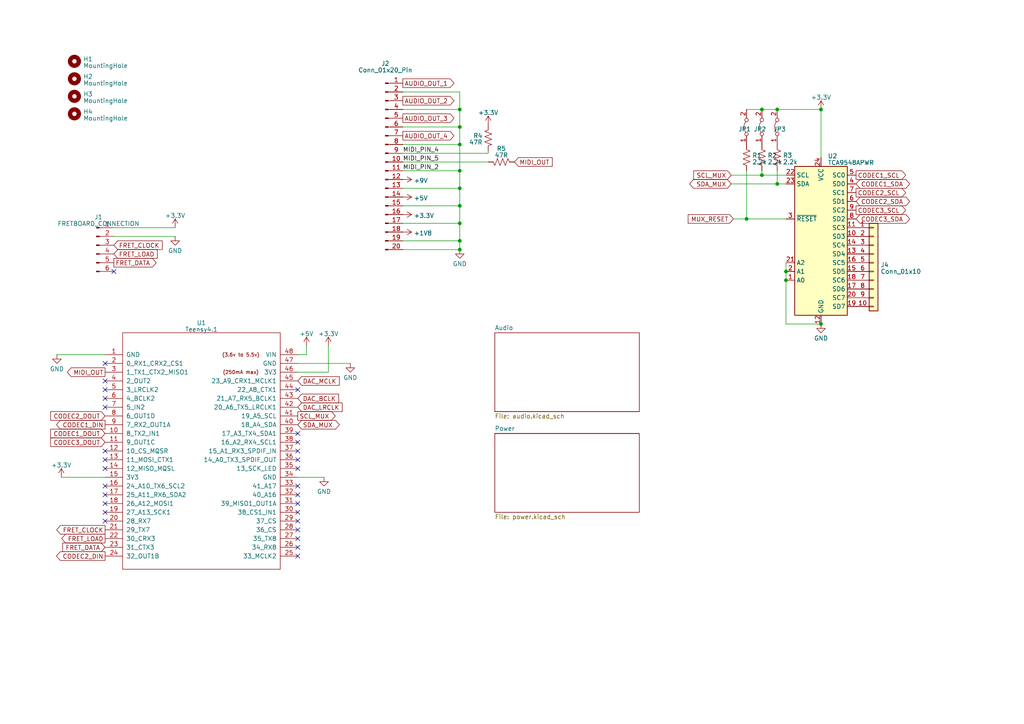
<source format=kicad_sch>
(kicad_sch (version 20230121) (generator eeschema)
  (paper "A4")
  (lib_symbols
    (symbol "Connector:Conn_01x06_Pin" (pin_names (offset 1.016) hide)
      (property "Reference" "J" (at 0 7.62 0))
      (property "Value" "Conn_01x06_Pin" (at 0 -10.16 0))
      (symbol "Conn_01x06_Pin_1_1"
        (polyline (pts (xy 1.27 -7.62) (xy 0.8636 -7.62)) (stroke (width 0.1524)))
        (polyline (pts (xy 1.27 -5.08) (xy 0.8636 -5.08)) (stroke (width 0.1524)))
        (polyline (pts (xy 1.27 -2.54) (xy 0.8636 -2.54)) (stroke (width 0.1524)))
        (polyline (pts (xy 1.27 0) (xy 0.8636 0)) (stroke (width 0.1524)))
        (polyline (pts (xy 1.27 2.54) (xy 0.8636 2.54)) (stroke (width 0.1524)))
        (polyline (pts (xy 1.27 5.08) (xy 0.8636 5.08)) (stroke (width 0.1524)))
        (rectangle (start 0.8636 -7.493) (end 0 -7.747) (stroke (width 0.1524)) (fill (type outline)))
        (rectangle (start 0.8636 -4.953) (end 0 -5.207) (stroke (width 0.1524)) (fill (type outline)))
        (rectangle (start 0.8636 -2.413) (end 0 -2.667) (stroke (width 0.1524)) (fill (type outline)))
        (rectangle (start 0.8636 0.127) (end 0 -0.127) (stroke (width 0.1524)) (fill (type outline)))
        (rectangle (start 0.8636 2.667) (end 0 2.413) (stroke (width 0.1524)) (fill (type outline)))
        (rectangle (start 0.8636 5.207) (end 0 4.953) (stroke (width 0.1524)) (fill (type outline)))
        (pin passive line (at 5.08 5.08 180) (length 3.81) (name "Pin_1") (number "1"))
        (pin passive line (at 5.08 2.54 180) (length 3.81) (name "Pin_2") (number "2"))
        (pin passive line (at 5.08 0 180) (length 3.81) (name "Pin_3") (number "3"))
        (pin passive line (at 5.08 -2.54 180) (length 3.81) (name "Pin_4") (number "4"))
        (pin passive line (at 5.08 -5.08 180) (length 3.81) (name "Pin_5") (number "5"))
        (pin passive line (at 5.08 -7.62 180) (length 3.81) (name "Pin_6") (number "6"))
      )
    )
    (symbol "Connector:Conn_01x20_Pin" (pin_names (offset 1.016) hide)
      (property "Reference" "J" (at 0 25.4 0))
      (property "Value" "Conn_01x20_Pin" (at 0 -27.94 0))
      (symbol "Conn_01x20_Pin_1_1"
        (polyline (pts (xy 1.27 -25.4) (xy 0.8636 -25.4)) (stroke (width 0.1524)))
        (polyline (pts (xy 1.27 -22.86) (xy 0.8636 -22.86)) (stroke (width 0.1524)))
        (polyline (pts (xy 1.27 -20.32) (xy 0.8636 -20.32)) (stroke (width 0.1524)))
        (polyline (pts (xy 1.27 -17.78) (xy 0.8636 -17.78)) (stroke (width 0.1524)))
        (polyline (pts (xy 1.27 -15.24) (xy 0.8636 -15.24)) (stroke (width 0.1524)))
        (polyline (pts (xy 1.27 -12.7) (xy 0.8636 -12.7)) (stroke (width 0.1524)))
        (polyline (pts (xy 1.27 -10.16) (xy 0.8636 -10.16)) (stroke (width 0.1524)))
        (polyline (pts (xy 1.27 -7.62) (xy 0.8636 -7.62)) (stroke (width 0.1524)))
        (polyline (pts (xy 1.27 -5.08) (xy 0.8636 -5.08)) (stroke (width 0.1524)))
        (polyline (pts (xy 1.27 -2.54) (xy 0.8636 -2.54)) (stroke (width 0.1524)))
        (polyline (pts (xy 1.27 0) (xy 0.8636 0)) (stroke (width 0.1524)))
        (polyline (pts (xy 1.27 2.54) (xy 0.8636 2.54)) (stroke (width 0.1524)))
        (polyline (pts (xy 1.27 5.08) (xy 0.8636 5.08)) (stroke (width 0.1524)))
        (polyline (pts (xy 1.27 7.62) (xy 0.8636 7.62)) (stroke (width 0.1524)))
        (polyline (pts (xy 1.27 10.16) (xy 0.8636 10.16)) (stroke (width 0.1524)))
        (polyline (pts (xy 1.27 12.7) (xy 0.8636 12.7)) (stroke (width 0.1524)))
        (polyline (pts (xy 1.27 15.24) (xy 0.8636 15.24)) (stroke (width 0.1524)))
        (polyline (pts (xy 1.27 17.78) (xy 0.8636 17.78)) (stroke (width 0.1524)))
        (polyline (pts (xy 1.27 20.32) (xy 0.8636 20.32)) (stroke (width 0.1524)))
        (polyline (pts (xy 1.27 22.86) (xy 0.8636 22.86)) (stroke (width 0.1524)))
        (rectangle (start 0.8636 -25.273) (end 0 -25.527) (stroke (width 0.1524)) (fill (type outline)))
        (rectangle (start 0.8636 -22.733) (end 0 -22.987) (stroke (width 0.1524)) (fill (type outline)))
        (rectangle (start 0.8636 -20.193) (end 0 -20.447) (stroke (width 0.1524)) (fill (type outline)))
        (rectangle (start 0.8636 -17.653) (end 0 -17.907) (stroke (width 0.1524)) (fill (type outline)))
        (rectangle (start 0.8636 -15.113) (end 0 -15.367) (stroke (width 0.1524)) (fill (type outline)))
        (rectangle (start 0.8636 -12.573) (end 0 -12.827) (stroke (width 0.1524)) (fill (type outline)))
        (rectangle (start 0.8636 -10.033) (end 0 -10.287) (stroke (width 0.1524)) (fill (type outline)))
        (rectangle (start 0.8636 -7.493) (end 0 -7.747) (stroke (width 0.1524)) (fill (type outline)))
        (rectangle (start 0.8636 -4.953) (end 0 -5.207) (stroke (width 0.1524)) (fill (type outline)))
        (rectangle (start 0.8636 -2.413) (end 0 -2.667) (stroke (width 0.1524)) (fill (type outline)))
        (rectangle (start 0.8636 0.127) (end 0 -0.127) (stroke (width 0.1524)) (fill (type outline)))
        (rectangle (start 0.8636 2.667) (end 0 2.413) (stroke (width 0.1524)) (fill (type outline)))
        (rectangle (start 0.8636 5.207) (end 0 4.953) (stroke (width 0.1524)) (fill (type outline)))
        (rectangle (start 0.8636 7.747) (end 0 7.493) (stroke (width 0.1524)) (fill (type outline)))
        (rectangle (start 0.8636 10.287) (end 0 10.033) (stroke (width 0.1524)) (fill (type outline)))
        (rectangle (start 0.8636 12.827) (end 0 12.573) (stroke (width 0.1524)) (fill (type outline)))
        (rectangle (start 0.8636 15.367) (end 0 15.113) (stroke (width 0.1524)) (fill (type outline)))
        (rectangle (start 0.8636 17.907) (end 0 17.653) (stroke (width 0.1524)) (fill (type outline)))
        (rectangle (start 0.8636 20.447) (end 0 20.193) (stroke (width 0.1524)) (fill (type outline)))
        (rectangle (start 0.8636 22.987) (end 0 22.733) (stroke (width 0.1524)) (fill (type outline)))
        (pin passive line (at 5.08 22.86 180) (length 3.81) (name "Pin_1") (number "1"))
        (pin passive line (at 5.08 0 180) (length 3.81) (name "Pin_10") (number "10"))
        (pin passive line (at 5.08 -2.54 180) (length 3.81) (name "Pin_11") (number "11"))
        (pin passive line (at 5.08 -5.08 180) (length 3.81) (name "Pin_12") (number "12"))
        (pin passive line (at 5.08 -7.62 180) (length 3.81) (name "Pin_13") (number "13"))
        (pin passive line (at 5.08 -10.16 180) (length 3.81) (name "Pin_14") (number "14"))
        (pin passive line (at 5.08 -12.7 180) (length 3.81) (name "Pin_15") (number "15"))
        (pin passive line (at 5.08 -15.24 180) (length 3.81) (name "Pin_16") (number "16"))
        (pin passive line (at 5.08 -17.78 180) (length 3.81) (name "Pin_17") (number "17"))
        (pin passive line (at 5.08 -20.32 180) (length 3.81) (name "Pin_18") (number "18"))
        (pin passive line (at 5.08 -22.86 180) (length 3.81) (name "Pin_19") (number "19"))
        (pin passive line (at 5.08 20.32 180) (length 3.81) (name "Pin_2") (number "2"))
        (pin passive line (at 5.08 -25.4 180) (length 3.81) (name "Pin_20") (number "20"))
        (pin passive line (at 5.08 17.78 180) (length 3.81) (name "Pin_3") (number "3"))
        (pin passive line (at 5.08 15.24 180) (length 3.81) (name "Pin_4") (number "4"))
        (pin passive line (at 5.08 12.7 180) (length 3.81) (name "Pin_5") (number "5"))
        (pin passive line (at 5.08 10.16 180) (length 3.81) (name "Pin_6") (number "6"))
        (pin passive line (at 5.08 7.62 180) (length 3.81) (name "Pin_7") (number "7"))
        (pin passive line (at 5.08 5.08 180) (length 3.81) (name "Pin_8") (number "8"))
        (pin passive line (at 5.08 2.54 180) (length 3.81) (name "Pin_9") (number "9"))
      )
    )
    (symbol "Connector_Generic:Conn_01x10" (pin_names (offset 1.016) hide)
      (property "Reference" "J" (at 0 12.7 0))
      (property "Value" "Conn_01x10" (at 0 -15.24 0))
      (symbol "Conn_01x10_1_1"
        (rectangle (start -1.27 -12.573) (end 0 -12.827) (stroke (width 0.1524)))
        (rectangle (start -1.27 -10.033) (end 0 -10.287) (stroke (width 0.1524)))
        (rectangle (start -1.27 -7.493) (end 0 -7.747) (stroke (width 0.1524)))
        (rectangle (start -1.27 -4.953) (end 0 -5.207) (stroke (width 0.1524)))
        (rectangle (start -1.27 -2.413) (end 0 -2.667) (stroke (width 0.1524)))
        (rectangle (start -1.27 0.127) (end 0 -0.127) (stroke (width 0.1524)))
        (rectangle (start -1.27 2.667) (end 0 2.413) (stroke (width 0.1524)))
        (rectangle (start -1.27 5.207) (end 0 4.953) (stroke (width 0.1524)))
        (rectangle (start -1.27 7.747) (end 0 7.493) (stroke (width 0.1524)))
        (rectangle (start -1.27 10.287) (end 0 10.033) (stroke (width 0.1524)))
        (rectangle (start -1.27 11.43) (end 1.27 -13.97) (stroke (width 0.254)) (fill (type background)))
        (pin passive line (at -5.08 10.16 0) (length 3.81) (name "Pin_1") (number "1"))
        (pin passive line (at -5.08 -12.7 0) (length 3.81) (name "Pin_10") (number "10"))
        (pin passive line (at -5.08 7.62 0) (length 3.81) (name "Pin_2") (number "2"))
        (pin passive line (at -5.08 5.08 0) (length 3.81) (name "Pin_3") (number "3"))
        (pin passive line (at -5.08 2.54 0) (length 3.81) (name "Pin_4") (number "4"))
        (pin passive line (at -5.08 0 0) (length 3.81) (name "Pin_5") (number "5"))
        (pin passive line (at -5.08 -2.54 0) (length 3.81) (name "Pin_6") (number "6"))
        (pin passive line (at -5.08 -5.08 0) (length 3.81) (name "Pin_7") (number "7"))
        (pin passive line (at -5.08 -7.62 0) (length 3.81) (name "Pin_8") (number "8"))
        (pin passive line (at -5.08 -10.16 0) (length 3.81) (name "Pin_9") (number "9"))
      )
    )
    (symbol "Device:R_US" (pin_numbers hide) (pin_names (offset 0))
      (property "Reference" "R" (at 2.54 0 90))
      (property "Value" "R_US" (at -2.54 0 90))
      (symbol "R_US_0_1"
        (polyline (pts (xy 0 -2.286) (xy 0 -2.54)))
        (polyline (pts (xy 0 2.286) (xy 0 2.54)))
        (polyline (pts (xy 0 -0.762) (xy 1.016 -1.143) (xy 0 -1.524) (xy -1.016 -1.905) (xy 0 -2.286)))
        (polyline (pts (xy 0 0.762) (xy 1.016 0.381) (xy 0 0) (xy -1.016 -0.381) (xy 0 -0.762)))
        (polyline (pts (xy 0 2.286) (xy 1.016 1.905) (xy 0 1.524) (xy -1.016 1.143) (xy 0 0.762)))
      )
      (symbol "R_US_1_1"
        (pin passive line (at 0 3.81 270) (length 1.27) (name "~") (number "1"))
        (pin passive line (at 0 -3.81 90) (length 1.27) (name "~") (number "2"))
      )
    )
    (symbol "Interface_Expansion:TCA9548APWR"
      (property "Reference" "U" (at -7.62 21.59 0))
      (property "Value" "TCA9548APWR" (at 1.016 21.59 0))
      (symbol "TCA9548APWR_0_1"
        (rectangle (start -7.62 20.32) (end 7.62 -22.86) (stroke (width 0.254)) (fill (type background)))
      )
      (symbol "TCA9548APWR_1_1"
        (pin input line (at -10.16 -12.7 0) (length 2.54) (name "A0") (number "1"))
        (pin bidirectional line (at 10.16 0 180) (length 2.54) (name "SD3") (number "10"))
        (pin output line (at 10.16 2.54 180) (length 2.54) (name "SC3") (number "11"))
        (pin power_in line (at 0 -25.4 90) (length 2.54) (name "GND") (number "12"))
        (pin bidirectional line (at 10.16 -5.08 180) (length 2.54) (name "SD4") (number "13"))
        (pin output line (at 10.16 -2.54 180) (length 2.54) (name "SC4") (number "14"))
        (pin bidirectional line (at 10.16 -10.16 180) (length 2.54) (name "SD5") (number "15"))
        (pin output line (at 10.16 -7.62 180) (length 2.54) (name "SC5") (number "16"))
        (pin bidirectional line (at 10.16 -15.24 180) (length 2.54) (name "SD6") (number "17"))
        (pin output line (at 10.16 -12.7 180) (length 2.54) (name "SC6") (number "18"))
        (pin bidirectional line (at 10.16 -20.32 180) (length 2.54) (name "SD7") (number "19"))
        (pin input line (at -10.16 -10.16 0) (length 2.54) (name "A1") (number "2"))
        (pin output line (at 10.16 -17.78 180) (length 2.54) (name "SC7") (number "20"))
        (pin input line (at -10.16 -7.62 0) (length 2.54) (name "A2") (number "21"))
        (pin input line (at -10.16 17.78 0) (length 2.54) (name "SCL") (number "22"))
        (pin bidirectional line (at -10.16 15.24 0) (length 2.54) (name "SDA") (number "23"))
        (pin power_in line (at 0 22.86 270) (length 2.54) (name "VCC") (number "24"))
        (pin input line (at -10.16 5.08 0) (length 2.54) (name "~{RESET}") (number "3"))
        (pin bidirectional line (at 10.16 15.24 180) (length 2.54) (name "SD0") (number "4"))
        (pin output line (at 10.16 17.78 180) (length 2.54) (name "SC0") (number "5"))
        (pin bidirectional line (at 10.16 10.16 180) (length 2.54) (name "SD1") (number "6"))
        (pin output line (at 10.16 12.7 180) (length 2.54) (name "SC1") (number "7"))
        (pin bidirectional line (at 10.16 5.08 180) (length 2.54) (name "SD2") (number "8"))
        (pin output line (at 10.16 7.62 180) (length 2.54) (name "SC2") (number "9"))
      )
    )
    (symbol "Jumper:Jumper_2_Bridged" (pin_names (offset 0) hide)
      (property "Reference" "JP" (at 0 1.905 0))
      (property "Value" "Jumper_2_Bridged" (at 0 -2.54 0))
      (symbol "Jumper_2_Bridged_0_0"
        (circle (center -2.032 0) (radius 0.508))
        (circle (center 2.032 0) (radius 0.508))
      )
      (symbol "Jumper_2_Bridged_0_1"
        (arc (start 1.524 0.254) (mid 0 0.762) (end -1.524 0.254))
      )
      (symbol "Jumper_2_Bridged_1_1"
        (pin passive line (at -5.08 0 0) (length 2.54) (name "A") (number "1"))
        (pin passive line (at 5.08 0 180) (length 2.54) (name "B") (number "2"))
      )
    )
    (symbol "Mechanical:MountingHole" (pin_names (offset 1.016))
      (property "Reference" "H" (at 0 5.08 0))
      (property "Value" "MountingHole" (at 0 3.175 0))
      (symbol "MountingHole_0_1"
        (circle (center 0 0) (radius 1.27) (stroke (width 1.27)))
      )
    )
    (symbol "bjarkarbody:Teensy4.1_simplified" (pin_names (offset 1.016))
      (property "Reference" "U" (at 0 64.77 0))
      (property "Value" "Teensy4.1" (at 0 62.23 0))
      (symbol "Teensy4.1_simplified_0_0"
        (text "(250mA max)" (at 11.43 49.53 0) (effects (font (size 1.016 1.016))))
        (text "(3.6v to 5.5v)" (at 11.43 54.61 0) (effects (font (size 1.016 1.016))))
        (pin bidirectional line (at -27.94 31.75 0) (length 5.08) (name "8_TX2_IN1") (number "10"))
        (pin bidirectional line (at -27.94 29.21 0) (length 5.08) (name "9_OUT1C") (number "11"))
        (pin bidirectional line (at -27.94 26.67 0) (length 5.08) (name "10_CS_MQSR") (number "12"))
        (pin bidirectional line (at -27.94 24.13 0) (length 5.08) (name "11_MOSI_CTX1") (number "13"))
        (pin bidirectional line (at -27.94 21.59 0) (length 5.08) (name "12_MISO_MQSL") (number "14"))
        (pin bidirectional line (at -27.94 16.51 0) (length 5.08) (name "24_A10_TX6_SCL2") (number "16"))
        (pin bidirectional line (at -27.94 13.97 0) (length 5.08) (name "25_A11_RX6_SDA2") (number "17"))
        (pin bidirectional line (at -27.94 11.43 0) (length 5.08) (name "26_A12_MOSI1") (number "18"))
        (pin bidirectional line (at -27.94 8.89 0) (length 5.08) (name "27_A13_SCK1") (number "19"))
        (pin bidirectional line (at -27.94 6.35 0) (length 5.08) (name "28_RX7") (number "20"))
        (pin bidirectional line (at -27.94 3.81 0) (length 5.08) (name "29_TX7") (number "21"))
        (pin bidirectional line (at -27.94 1.27 0) (length 5.08) (name "30_CRX3") (number "22"))
        (pin bidirectional line (at -27.94 -1.27 0) (length 5.08) (name "31_CTX3") (number "23"))
        (pin bidirectional line (at -27.94 -3.81 0) (length 5.08) (name "32_OUT1B") (number "24"))
        (pin bidirectional line (at 27.94 -3.81 180) (length 5.08) (name "33_MCLK2") (number "25"))
        (pin bidirectional line (at 27.94 -1.27 180) (length 5.08) (name "34_RX8") (number "26"))
        (pin bidirectional line (at 27.94 1.27 180) (length 5.08) (name "35_TX8") (number "27"))
        (pin bidirectional line (at 27.94 3.81 180) (length 5.08) (name "36_CS") (number "28"))
        (pin bidirectional line (at 27.94 6.35 180) (length 5.08) (name "37_CS") (number "29"))
        (pin bidirectional line (at 27.94 8.89 180) (length 5.08) (name "38_CS1_IN1") (number "30"))
        (pin bidirectional line (at 27.94 11.43 180) (length 5.08) (name "39_MISO1_OUT1A") (number "31"))
        (pin bidirectional line (at 27.94 13.97 180) (length 5.08) (name "40_A16") (number "32"))
        (pin bidirectional line (at 27.94 16.51 180) (length 5.08) (name "41_A17") (number "33"))
        (pin bidirectional line (at 27.94 21.59 180) (length 5.08) (name "13_SCK_LED") (number "35"))
        (pin bidirectional line (at 27.94 24.13 180) (length 5.08) (name "14_A0_TX3_SPDIF_OUT") (number "36"))
        (pin bidirectional line (at 27.94 26.67 180) (length 5.08) (name "15_A1_RX3_SPDIF_IN") (number "37"))
        (pin bidirectional line (at 27.94 29.21 180) (length 5.08) (name "16_A2_RX4_SCL1") (number "38"))
        (pin bidirectional line (at 27.94 31.75 180) (length 5.08) (name "17_A3_TX4_SDA1") (number "39"))
        (pin bidirectional line (at 27.94 34.29 180) (length 5.08) (name "18_A4_SDA") (number "40"))
        (pin bidirectional line (at 27.94 36.83 180) (length 5.08) (name "19_A5_SCL") (number "41"))
        (pin bidirectional line (at 27.94 39.37 180) (length 5.08) (name "20_A6_TX5_LRCLK1") (number "42"))
        (pin bidirectional line (at 27.94 41.91 180) (length 5.08) (name "21_A7_RX5_BCLK1") (number "43"))
        (pin bidirectional line (at 27.94 44.45 180) (length 5.08) (name "22_A8_CTX1") (number "44"))
        (pin bidirectional line (at 27.94 46.99 180) (length 5.08) (name "23_A9_CRX1_MCLK1") (number "45"))
        (pin power_in line (at 27.94 54.61 180) (length 5.08) (name "VIN") (number "48"))
        (pin bidirectional line (at -27.94 44.45 0) (length 5.08) (name "3_LRCLK2") (number "5"))
        (pin bidirectional line (at -27.94 41.91 0) (length 5.08) (name "4_BCLK2") (number "6"))
        (pin bidirectional line (at -27.94 39.37 0) (length 5.08) (name "5_IN2") (number "7"))
        (pin bidirectional line (at -27.94 36.83 0) (length 5.08) (name "6_OUT1D") (number "8"))
        (pin bidirectional line (at -27.94 34.29 0) (length 5.08) (name "7_RX2_OUT1A") (number "9"))
      )
      (symbol "Teensy4.1_simplified_0_1"
        (rectangle (start -22.86 60.96) (end 22.86 -7.62))
        (rectangle (start -20.32 -1.27) (end -20.32 -1.27))
      )
      (symbol "Teensy4.1_simplified_1_0"
        (pin power_in line (at -27.94 19.05 0) (length 5.08) (name "3V3") (number "15"))
        (pin power_out line (at 27.94 49.53 180) (length 5.08) (name "3V3") (number "46"))
        (pin power_in line (at 27.94 52.07 180) (length 5.08) (name "GND") (number "47"))
      )
      (symbol "Teensy4.1_simplified_1_1"
        (pin power_in line (at -27.94 54.61 0) (length 5.08) (name "GND") (number "1"))
        (pin bidirectional line (at -27.94 52.07 0) (length 5.08) (name "0_RX1_CRX2_CS1") (number "2"))
        (pin bidirectional line (at -27.94 49.53 0) (length 5.08) (name "1_TX1_CTX2_MISO1") (number "3"))
        (pin power_in line (at 27.94 19.05 180) (length 5.08) (name "GND") (number "34"))
        (pin bidirectional line (at -27.94 46.99 0) (length 5.08) (name "2_OUT2") (number "4"))
      )
    )
    (symbol "power:+1V8" (power) (pin_names (offset 0))
      (property "Value" "+1V8" (at 0 3.556 0))
      (symbol "+1V8_0_1"
        (polyline (pts (xy -0.762 1.27) (xy 0 2.54)))
        (polyline (pts (xy 0 0) (xy 0 2.54)))
        (polyline (pts (xy 0 2.54) (xy 0.762 1.27)))
      )
      (symbol "+1V8_1_1"
        (pin power_in line (at 0 0 90) (length 0) hide (name "+1V8") (number "1"))
      )
    )
    (symbol "power:+3.3V" (power) (pin_names (offset 0))
      (property "Value" "+3.3V" (at 0 3.556 0))
      (symbol "+3.3V_0_1"
        (polyline (pts (xy -0.762 1.27) (xy 0 2.54)))
        (polyline (pts (xy 0 0) (xy 0 2.54)))
        (polyline (pts (xy 0 2.54) (xy 0.762 1.27)))
      )
      (symbol "+3.3V_1_1"
        (pin power_in line (at 0 0 90) (length 0) hide (name "+3.3V") (number "1"))
      )
    )
    (symbol "power:+5V" (power) (pin_names (offset 0))
      (property "Value" "+5V" (at 0 3.556 0))
      (symbol "+5V_0_1"
        (polyline (pts (xy -0.762 1.27) (xy 0 2.54)))
        (polyline (pts (xy 0 0) (xy 0 2.54)))
        (polyline (pts (xy 0 2.54) (xy 0.762 1.27)))
      )
      (symbol "+5V_1_1"
        (pin power_in line (at 0 0 90) (length 0) hide (name "+5V") (number "1"))
      )
    )
    (symbol "power:+9V" (power) (pin_names (offset 0))
      (property "Value" "+9V" (at 0 3.556 0))
      (symbol "+9V_0_1"
        (polyline (pts (xy -0.762 1.27) (xy 0 2.54)))
        (polyline (pts (xy 0 0) (xy 0 2.54)))
        (polyline (pts (xy 0 2.54) (xy 0.762 1.27)))
      )
      (symbol "+9V_1_1"
        (pin power_in line (at 0 0 90) (length 0) hide (name "+9V") (number "1"))
      )
    )
    (symbol "power:GND" (power) (pin_names (offset 0))
      (property "Value" "GND" (at 0 -3.81 0))
      (symbol "GND_0_1"
        (polyline (pts (xy 0 0) (xy 0 -1.27) (xy 1.27 -1.27) (xy 0 -2.54) (xy -1.27 -1.27) (xy 0 -1.27)))
      )
      (symbol "GND_1_1"
        (pin power_in line (at 0 0 270) (length 0) hide (name "GND") (number "1"))
      )
    )
  )
  (junction (at 133.35 69.85))
  (junction (at 133.35 31.75))
  (junction (at 133.35 41.91))
  (junction (at 133.35 54.61))
  (junction (at 220.98 50.8))
  (junction (at 216.535 63.5))
  (junction (at 225.425 53.34))
  (junction (at 133.35 36.83))
  (junction (at 227.965 81.28))
  (junction (at 220.98 31.75))
  (junction (at 133.35 72.39))
  (junction (at 133.35 64.77))
  (junction (at 133.35 49.53))
  (junction (at 238.125 31.75))
  (junction (at 225.425 31.75))
  (junction (at 133.35 59.69))
  (junction (at 227.965 78.74))
  (junction (at 238.125 93.98))
  (no_connect (at 30.48 135.89))
  (no_connect (at 30.48 146.05))
  (no_connect (at 30.48 151.13))
  (no_connect (at 86.36 133.35))
  (no_connect (at 86.36 128.27))
  (no_connect (at 86.36 140.97))
  (no_connect (at 86.36 125.73))
  (no_connect (at 86.36 153.67))
  (no_connect (at 86.36 151.13))
  (no_connect (at 86.36 158.75))
  (no_connect (at 30.48 105.41))
  (no_connect (at 86.36 130.81))
  (no_connect (at 30.48 110.49))
  (no_connect (at 86.36 135.89))
  (no_connect (at 30.48 113.03))
  (no_connect (at 30.48 143.51))
  (no_connect (at 86.36 113.03))
  (no_connect (at 86.36 161.29))
  (no_connect (at 86.36 148.59))
  (no_connect (at 86.36 146.05))
  (no_connect (at 30.48 140.97))
  (no_connect (at 30.48 115.57))
  (no_connect (at 30.48 130.81))
  (no_connect (at 30.48 118.11))
  (no_connect (at 86.36 156.21))
  (no_connect (at 33.02 78.74))
  (no_connect (at 86.36 143.51))
  (no_connect (at 30.48 133.35))
  (no_connect (at 30.48 148.59))
  (wire (pts (xy 17.78 138.43) (xy 30.48 138.43)))
  (wire (pts (xy 227.965 78.74) (xy 227.965 81.28)))
  (wire (pts (xy 227.965 76.2) (xy 227.965 78.74)))
  (wire (pts (xy 212.09 50.8) (xy 220.98 50.8)))
  (wire (pts (xy 220.98 49.53) (xy 220.98 50.8)))
  (wire (pts (xy 220.98 50.8) (xy 227.965 50.8)))
  (wire (pts (xy 227.965 63.5) (xy 216.535 63.5)))
  (wire (pts (xy 227.965 93.98) (xy 238.125 93.98)))
  (wire (pts (xy 238.125 31.75) (xy 238.125 45.72)))
  (wire (pts (xy 116.84 59.69) (xy 133.35 59.69)))
  (wire (pts (xy 86.36 102.87) (xy 88.9 102.87)))
  (wire (pts (xy 133.35 54.61) (xy 133.35 59.69)))
  (wire (pts (xy 116.84 26.67) (xy 133.35 26.67)))
  (wire (pts (xy 116.84 49.53) (xy 133.35 49.53)))
  (wire (pts (xy 33.02 66.04) (xy 50.8 66.04)))
  (wire (pts (xy 116.84 41.91) (xy 133.35 41.91)))
  (wire (pts (xy 116.84 36.83) (xy 133.35 36.83)))
  (wire (pts (xy 88.9 102.87) (xy 88.9 100.33)))
  (wire (pts (xy 86.36 105.41) (xy 101.6 105.41)))
  (wire (pts (xy 133.35 69.85) (xy 133.35 72.39)))
  (wire (pts (xy 133.35 41.91) (xy 133.35 49.53)))
  (wire (pts (xy 116.84 72.39) (xy 133.35 72.39)))
  (wire (pts (xy 95.25 107.95) (xy 95.25 100.33)))
  (wire (pts (xy 216.535 31.75) (xy 220.98 31.75)))
  (wire (pts (xy 133.35 64.77) (xy 133.35 69.85)))
  (wire (pts (xy 116.84 64.77) (xy 133.35 64.77)))
  (wire (pts (xy 225.425 49.53) (xy 225.425 53.34)))
  (wire (pts (xy 225.425 31.75) (xy 238.125 31.75)))
  (wire (pts (xy 33.02 68.58) (xy 50.8 68.58)))
  (wire (pts (xy 220.98 31.75) (xy 225.425 31.75)))
  (wire (pts (xy 212.09 53.34) (xy 225.425 53.34)))
  (wire (pts (xy 116.84 44.45) (xy 141.605 44.45)))
  (wire (pts (xy 16.51 102.87) (xy 30.48 102.87)))
  (wire (pts (xy 86.36 138.43) (xy 93.98 138.43)))
  (wire (pts (xy 141.605 44.45) (xy 141.605 43.815)))
  (wire (pts (xy 133.35 31.75) (xy 133.35 36.83)))
  (wire (pts (xy 116.84 31.75) (xy 133.35 31.75)))
  (wire (pts (xy 225.425 53.34) (xy 227.965 53.34)))
  (wire (pts (xy 133.35 49.53) (xy 133.35 54.61)))
  (wire (pts (xy 216.535 63.5) (xy 216.535 49.53)))
  (wire (pts (xy 116.84 46.99) (xy 141.605 46.99)))
  (wire (pts (xy 133.35 36.83) (xy 133.35 41.91)))
  (wire (pts (xy 86.36 107.95) (xy 95.25 107.95)))
  (wire (pts (xy 212.725 63.5) (xy 216.535 63.5)))
  (wire (pts (xy 116.84 54.61) (xy 133.35 54.61)))
  (wire (pts (xy 227.965 81.28) (xy 227.965 93.98)))
  (wire (pts (xy 133.35 26.67) (xy 133.35 31.75)))
  (wire (pts (xy 133.35 59.69) (xy 133.35 64.77)))
  (wire (pts (xy 116.84 69.85) (xy 133.35 69.85)))
  (label "MIDI_PIN_5" (at 116.84 46.99 0))
  (label "MIDI_PIN_2" (at 116.84 49.53 0))
  (label "MIDI_PIN_4" (at 116.84 44.45 0))
  (global_label "AUDIO_OUT_2" (shape output) (at 116.84 29.21 0) (property "Intersheetrefs" "${INTERSHEET_REFS}" (effects hide)))
  (global_label "SCL_MUX" (shape output) (at 86.36 120.65 0) (property "Intersheetrefs" "${INTERSHEET_REFS}" (effects hide)))
  (global_label "SDA_MUX" (shape bidirectional) (at 212.09 53.34 180) (property "Intersheetrefs" "${INTERSHEET_REFS}" (effects hide)))
  (global_label "FRET_CLOCK" (shape input) (at 33.02 71.12 0) (property "Intersheetrefs" "${INTERSHEET_REFS}" (effects hide)))
  (global_label "SCL_MUX" (shape input) (at 212.09 50.8 180) (property "Intersheetrefs" "${INTERSHEET_REFS}" (effects hide)))
  (global_label "FRET_LOAD" (shape output) (at 30.48 156.21 180) (property "Intersheetrefs" "${INTERSHEET_REFS}" (effects hide)))
  (global_label "CODEC2_DIN" (shape output) (at 30.48 161.29 180) (property "Intersheetrefs" "${INTERSHEET_REFS}" (effects hide)))
  (global_label "CODEC3_DOUT" (shape input) (at 30.48 128.27 180) (property "Intersheetrefs" "${INTERSHEET_REFS}" (effects hide)))
  (global_label "MIDI_OUT" (shape output) (at 30.48 107.95 180) (property "Intersheetrefs" "${INTERSHEET_REFS}" (effects hide)))
  (global_label "AUDIO_OUT_3" (shape output) (at 116.84 34.29 0) (property "Intersheetrefs" "${INTERSHEET_REFS}" (effects hide)))
  (global_label "CODEC1_SCL" (shape output) (at 248.285 50.8 0) (property "Intersheetrefs" "${INTERSHEET_REFS}" (effects hide)))
  (global_label "MIDI_OUT" (shape input) (at 149.225 46.99 0) (property "Intersheetrefs" "${INTERSHEET_REFS}" (effects hide)))
  (global_label "SDA_MUX" (shape bidirectional) (at 86.36 123.19 0) (property "Intersheetrefs" "${INTERSHEET_REFS}" (effects hide)))
  (global_label "FRET_DATA" (shape output) (at 33.02 76.2 0) (property "Intersheetrefs" "${INTERSHEET_REFS}" (effects hide)))
  (global_label "FRET_CLOCK" (shape output) (at 30.48 153.67 180) (property "Intersheetrefs" "${INTERSHEET_REFS}" (effects hide)))
  (global_label "MUX_RESET" (shape input) (at 212.725 63.5 180) (property "Intersheetrefs" "${INTERSHEET_REFS}" (effects hide)))
  (global_label "DAC_MCLK" (shape input) (at 86.36 110.49 0) (property "Intersheetrefs" "${INTERSHEET_REFS}" (effects hide)))
  (global_label "DAC_BCLK" (shape input) (at 86.36 115.57 0) (property "Intersheetrefs" "${INTERSHEET_REFS}" (effects hide)))
  (global_label "CODEC1_DOUT" (shape input) (at 30.48 125.73 180) (property "Intersheetrefs" "${INTERSHEET_REFS}" (effects hide)))
  (global_label "DAC_LRCLK" (shape input) (at 86.36 118.11 0) (property "Intersheetrefs" "${INTERSHEET_REFS}" (effects hide)))
  (global_label "AUDIO_OUT_1" (shape output) (at 116.84 24.13 0) (property "Intersheetrefs" "${INTERSHEET_REFS}" (effects hide)))
  (global_label "FRET_LOAD" (shape input) (at 33.02 73.66 0) (property "Intersheetrefs" "${INTERSHEET_REFS}" (effects hide)))
  (global_label "FRET_DATA" (shape input) (at 30.48 158.75 180) (property "Intersheetrefs" "${INTERSHEET_REFS}" (effects hide)))
  (global_label "CODEC2_SDA" (shape bidirectional) (at 248.285 58.42 0) (property "Intersheetrefs" "${INTERSHEET_REFS}" (effects hide)))
  (global_label "CODEC3_SCL" (shape output) (at 248.285 60.96 0) (property "Intersheetrefs" "${INTERSHEET_REFS}" (effects hide)))
  (global_label "CODEC1_DIN" (shape output) (at 30.48 123.19 180) (property "Intersheetrefs" "${INTERSHEET_REFS}" (effects hide)))
  (global_label "CODEC2_SCL" (shape output) (at 248.285 55.88 0) (property "Intersheetrefs" "${INTERSHEET_REFS}" (effects hide)))
  (global_label "CODEC3_SDA" (shape bidirectional) (at 248.285 63.5 0) (property "Intersheetrefs" "${INTERSHEET_REFS}" (effects hide)))
  (global_label "CODEC1_SDA" (shape bidirectional) (at 248.285 53.34 0) (property "Intersheetrefs" "${INTERSHEET_REFS}" (effects hide)))
  (global_label "AUDIO_OUT_4" (shape output) (at 116.84 39.37 0) (property "Intersheetrefs" "${INTERSHEET_REFS}" (effects hide)))
  (global_label "CODEC2_DOUT" (shape input) (at 30.48 120.65 180) (property "Intersheetrefs" "${INTERSHEET_REFS}" (effects hide)))
  (symbol (lib_id "Connector_Generic:Conn_01x10") (at 253.365 76.2 0) (unit 1)
    (property "Reference" "J4" (at 255.397 76.8263 0) (effects (justify left)))
    (property "Value" "Conn_01x10" (at 255.397 78.7473 0) (effects (justify left)))
    (property "Footprint" "Connector_PinHeader_2.54mm:PinHeader_1x10_P2.54mm_Vertical" (effects hide))
  )
  (symbol (lib_id "power:+9V") (at 116.84 52.07 270) (unit 1)
    (property "Reference" "#PWR0100" (effects hide))
    (property "Value" "+9V" (at 120.015 52.3868 90) (effects (justify left)))
  )
  (symbol (lib_id "power:GND") (at 238.125 93.98 0) (unit 1)
    (property "Reference" "#PWR011" (effects hide))
    (property "Value" "GND" (at 238.125 98.1155 0))
  )
  (symbol (lib_id "Mechanical:MountingHole") (at 21.59 33.02 0) (unit 1)
    (property "Reference" "H4" (at 24.13 32.3763 0) (effects (justify left)))
    (property "Value" "MountingHole" (at 24.13 34.2973 0) (effects (justify left)))
    (property "Footprint" "MountingHole:MountingHole_3.2mm_M3" (effects hide))
  )
  (symbol (lib_id "Jumper:Jumper_2_Bridged") (at 220.98 36.83 90) (unit 1)
    (property "Reference" "JP2" (at 222.25 37.465 90) (effects (justify left)))
    (property "Value" "Jumper_2_Bridged" (effects hide))
    (property "Footprint" "Jumper:SolderJumper-2_P1.3mm_Bridged_Pad1.0x1.5mm" (effects hide))
  )
  (symbol (lib_id "Device:R_US") (at 220.98 45.72 180) (unit 1)
    (property "Reference" "R2" (at 222.631 45.0763 0) (effects (justify right)))
    (property "Value" "2.2k" (at 222.631 46.9973 0) (effects (justify right)))
    (property "Footprint" "Resistor_SMD:R_0603_1608Metric" (effects hide))
    (property "LCSC" "C21190" (effects hide))
  )
  (symbol (lib_id "power:GND") (at 133.35 72.39 0) (mirror y) (unit 1)
    (property "Reference" "#PWR013" (effects hide))
    (property "Value" "GND" (at 133.35 76.5255 0))
  )
  (symbol (lib_id "power:+3.3V") (at 141.605 36.195 0) (mirror y) (unit 1)
    (property "Reference" "#PWR012" (effects hide))
    (property "Value" "+3.3V" (at 141.605 32.6931 0))
  )
  (symbol (lib_id "Device:R_US") (at 225.425 45.72 180) (unit 1)
    (property "Reference" "R3" (at 227.076 45.0763 0) (effects (justify right)))
    (property "Value" "2.2k" (at 227.076 46.9973 0) (effects (justify right)))
    (property "Footprint" "Resistor_SMD:R_0603_1608Metric" (effects hide))
    (property "LCSC" "C21190" (effects hide))
  )
  (symbol (lib_id "power:+1V8") (at 116.84 67.31 270) (unit 1)
    (property "Reference" "#PWR098" (effects hide))
    (property "Value" "+1V8" (at 120.015 67.6268 90) (effects (justify left)))
  )
  (symbol (lib_id "Connector:Conn_01x06_Pin") (at 27.94 71.12 0) (unit 1)
    (property "Reference" "J1" (at 28.575 62.9539 0))
    (property "Value" "FRETBOARD_CONNECTION" (at 28.575 64.8749 0))
    (property "Footprint" "bjarkarbody:jst zh fretboard connector" (effects hide))
    (property "LCSC" "C485355" (effects hide))
  )
  (symbol (lib_id "power:+3.3V") (at 238.125 31.75 0) (mirror y) (unit 1)
    (property "Reference" "#PWR010" (effects hide))
    (property "Value" "+3.3V" (at 238.125 28.2481 0))
  )
  (symbol (lib_id "Mechanical:MountingHole") (at 21.59 17.78 0) (unit 1)
    (property "Reference" "H1" (at 24.13 17.1363 0) (effects (justify left)))
    (property "Value" "MountingHole" (at 24.13 19.0573 0) (effects (justify left)))
    (property "Footprint" "MountingHole:MountingHole_3.2mm_M3" (effects hide))
  )
  (symbol (lib_id "Mechanical:MountingHole") (at 21.59 22.86 0) (unit 1)
    (property "Reference" "H2" (at 24.13 22.2163 0) (effects (justify left)))
    (property "Value" "MountingHole" (at 24.13 24.1373 0) (effects (justify left)))
    (property "Footprint" "MountingHole:MountingHole_3.2mm_M3" (effects hide))
  )
  (symbol (lib_id "power:+5V") (at 88.9 100.33 0) (unit 1)
    (property "Reference" "#PWR06" (effects hide))
    (property "Value" "+5V" (at 88.9 96.8281 0))
  )
  (symbol (lib_id "bjarkarbody:Teensy4.1_simplified") (at 58.42 157.48 0) (unit 1)
    (property "Reference" "U1" (at 58.42 93.6371 0))
    (property "Value" "Teensy4.1" (at 58.42 95.5581 0))
    (property "Footprint" "bjarkarbody:Teensy41_breakout" (effects hide))
  )
  (symbol (lib_id "power:+3.3V") (at 50.8 66.04 0) (unit 1)
    (property "Reference" "#PWR04" (effects hide))
    (property "Value" "+3.3V" (at 50.8 62.5381 0))
  )
  (symbol (lib_id "Connector:Conn_01x20_Pin") (at 111.76 46.99 0) (unit 1)
    (property "Reference" "J2" (at 111.76 18.415 0))
    (property "Value" "Conn_01x20_Pin" (at 111.76 20.336 0))
    (property "Footprint" "Connector_PinHeader_2.54mm:PinHeader_1x20_P2.54mm_Vertical" (effects hide))
  )
  (symbol (lib_id "Jumper:Jumper_2_Bridged") (at 216.535 36.83 90) (unit 1)
    (property "Reference" "JP1" (at 217.805 37.465 90) (effects (justify left)))
    (property "Value" "Jumper_2_Bridged" (effects hide))
    (property "Footprint" "Jumper:SolderJumper-2_P1.3mm_Bridged_Pad1.0x1.5mm" (effects hide))
  )
  (symbol (lib_id "power:+3.3V") (at 116.84 62.23 270) (unit 1)
    (property "Reference" "#PWR014" (effects hide))
    (property "Value" "+3.3V" (at 120.015 62.5468 90) (effects (justify left)))
  )
  (symbol (lib_id "Device:R_US") (at 216.535 45.72 180) (unit 1)
    (property "Reference" "R1" (at 218.186 45.0763 0) (effects (justify right)))
    (property "Value" "2.2k" (at 218.186 46.9973 0) (effects (justify right)))
    (property "Footprint" "Resistor_SMD:R_0603_1608Metric" (effects hide))
    (property "LCSC" "C21190" (effects hide))
  )
  (symbol (lib_id "Interface_Expansion:TCA9548APWR") (at 238.125 68.58 0) (unit 1)
    (property "Reference" "U2" (at 240.0809 45.2501 0) (effects (justify left)))
    (property "Value" "TCA9548APWR" (at 240.0809 47.1711 0) (effects (justify left)))
    (property "Footprint" "Package_SO:TSSOP-24_4.4x7.8mm_P0.65mm" (effects hide))
    (property "Datasheet" "http://www.ti.com/lit/ds/symlink/tca9548a.pdf" (effects hide))
  )
  (symbol (lib_id "power:GND") (at 50.8 68.58 0) (unit 1)
    (property "Reference" "#PWR05" (effects hide))
    (property "Value" "GND" (at 50.8 72.7155 0))
  )
  (symbol (lib_id "Jumper:Jumper_2_Bridged") (at 225.425 36.83 90) (unit 1)
    (property "Reference" "JP3" (at 227.965 37.465 90) (effects (justify left)))
    (property "Value" "Jumper_2_Bridged" (effects hide))
    (property "Footprint" "Jumper:SolderJumper-2_P1.3mm_Bridged_Pad1.0x1.5mm" (effects hide))
  )
  (symbol (lib_id "power:+3.3V") (at 17.78 138.43 0) (mirror y) (unit 1)
    (property "Reference" "#PWR02" (effects hide))
    (property "Value" "+3.3V" (at 17.78 134.9281 0))
  )
  (symbol (lib_id "Mechanical:MountingHole") (at 21.59 27.94 0) (unit 1)
    (property "Reference" "H3" (at 24.13 27.2963 0) (effects (justify left)))
    (property "Value" "MountingHole" (at 24.13 29.2173 0) (effects (justify left)))
    (property "Footprint" "MountingHole:MountingHole_3.2mm_M3" (effects hide))
  )
  (symbol (lib_id "power:+3.3V") (at 95.25 100.33 0) (mirror y) (unit 1)
    (property "Reference" "#PWR08" (effects hide))
    (property "Value" "+3.3V" (at 95.25 96.8281 0))
  )
  (symbol (lib_id "Device:R_US") (at 145.415 46.99 270) (mirror x) (unit 1)
    (property "Reference" "R5" (at 145.415 43.0911 90))
    (property "Value" "47R" (at 145.415 45.0121 90))
    (property "Footprint" "Resistor_SMD:R_0603_1608Metric" (effects hide))
    (property "LCSC" "C23182" (effects hide))
  )
  (symbol (lib_id "power:GND") (at 101.6 105.41 0) (unit 1)
    (property "Reference" "#PWR09" (effects hide))
    (property "Value" "GND" (at 101.6 109.5455 0))
  )
  (symbol (lib_id "power:GND") (at 93.98 138.43 0) (unit 1)
    (property "Reference" "#PWR07" (effects hide))
    (property "Value" "GND" (at 93.98 142.5655 0))
  )
  (symbol (lib_id "power:GND") (at 16.51 102.87 0) (unit 1)
    (property "Reference" "#PWR01" (effects hide))
    (property "Value" "GND" (at 16.51 107.0055 0))
  )
  (symbol (lib_id "Device:R_US") (at 141.605 40.005 0) (mirror y) (unit 1)
    (property "Reference" "R4" (at 139.954 39.3613 0) (effects (justify left)))
    (property "Value" "47R" (at 139.954 41.2823 0) (effects (justify left)))
    (property "Footprint" "Resistor_SMD:R_0603_1608Metric" (effects hide))
    (property "LCSC" "C23182" (effects hide))
  )
  (symbol (lib_id "power:+5V") (at 116.84 57.15 270) (unit 1)
    (property "Reference" "#PWR099" (effects hide))
    (property "Value" "+5V" (at 120.015 57.4668 90) (effects (justify left)))
  )
  (sheet (at 143.51 96.52) (size 41.91 22.86) (stroke (width 0.1524))
    (property "Sheetname" "Audio" (at 143.51 95.8084 0) (effects (justify left bottom)))
    (property "Sheetfile" "audio.kicad_sch" (at 143.51 119.9646 0) (effects (justify left top)))
  )
  (sheet (at 143.51 125.73) (size 41.91 22.86) (stroke (width 0.1524))
    (property "Sheetname" "Power" (at 143.51 125.0184 0) (effects (justify left bottom)))
    (property "Sheetfile" "power.kicad_sch" (at 143.51 149.1746 0) (effects (justify left top)))
  )
)
</source>
